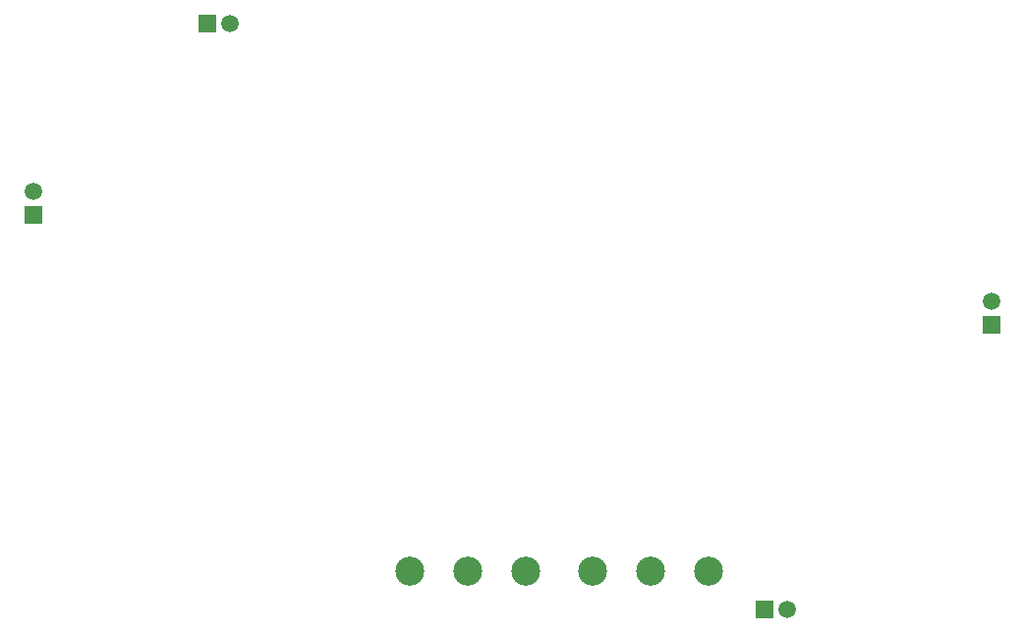
<source format=gbs>
G04 #@! TF.FileFunction,Soldermask,Bot*
%FSLAX46Y46*%
G04 Gerber Fmt 4.6, Leading zero omitted, Abs format (unit mm)*
G04 Created by KiCad (PCBNEW 0.201502040101+5404~21~ubuntu14.04.1-product) date Fre 06 Feb 2015 15:42:55 CET*
%MOMM*%
G01*
G04 APERTURE LIST*
%ADD10C,0.050000*%
%ADD11R,1.500000X1.500000*%
%ADD12C,1.500000*%
%ADD13C,2.499360*%
G04 APERTURE END LIST*
D10*
D11*
X100330000Y-88630000D03*
D12*
X100330000Y-86630000D03*
D11*
X163338000Y-122682000D03*
D12*
X165338000Y-122682000D03*
D13*
X153494740Y-119380000D03*
X148493480Y-119380000D03*
X158496000Y-119380000D03*
X137746740Y-119380000D03*
X132745480Y-119380000D03*
X142748000Y-119380000D03*
D11*
X182880000Y-98155000D03*
D12*
X182880000Y-96155000D03*
D11*
X115332000Y-72136000D03*
D12*
X117332000Y-72136000D03*
M02*

</source>
